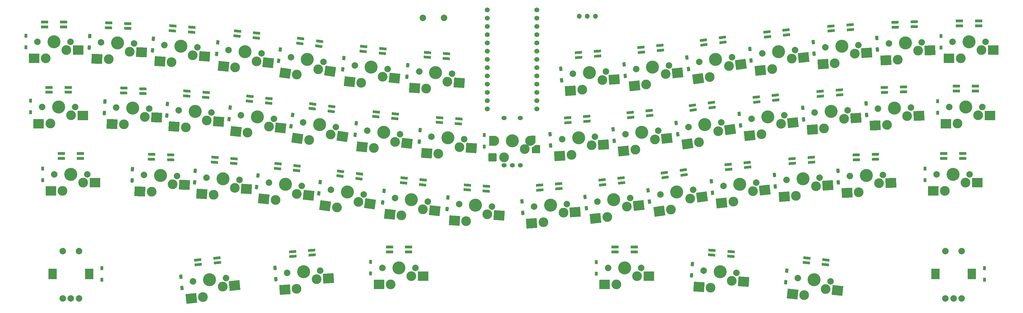
<source format=gbr>
G04 #@! TF.GenerationSoftware,KiCad,Pcbnew,(6.0.11-0)*
G04 #@! TF.CreationDate,2023-08-21T21:01:56+09:00*
G04 #@! TF.ProjectId,SYMMETRIA,53594d4d-4554-4524-9941-2e6b69636164,rev?*
G04 #@! TF.SameCoordinates,Original*
G04 #@! TF.FileFunction,Soldermask,Bot*
G04 #@! TF.FilePolarity,Negative*
%FSLAX46Y46*%
G04 Gerber Fmt 4.6, Leading zero omitted, Abs format (unit mm)*
G04 Created by KiCad (PCBNEW (6.0.11-0)) date 2023-08-21 21:01:56*
%MOMM*%
%LPD*%
G01*
G04 APERTURE LIST*
G04 Aperture macros list*
%AMRoundRect*
0 Rectangle with rounded corners*
0 $1 Rounding radius*
0 $2 $3 $4 $5 $6 $7 $8 $9 X,Y pos of 4 corners*
0 Add a 4 corners polygon primitive as box body*
4,1,4,$2,$3,$4,$5,$6,$7,$8,$9,$2,$3,0*
0 Add four circle primitives for the rounded corners*
1,1,$1+$1,$2,$3*
1,1,$1+$1,$4,$5*
1,1,$1+$1,$6,$7*
1,1,$1+$1,$8,$9*
0 Add four rect primitives between the rounded corners*
20,1,$1+$1,$2,$3,$4,$5,0*
20,1,$1+$1,$4,$5,$6,$7,0*
20,1,$1+$1,$6,$7,$8,$9,0*
20,1,$1+$1,$8,$9,$2,$3,0*%
%AMRotRect*
0 Rectangle, with rotation*
0 The origin of the aperture is its center*
0 $1 length*
0 $2 width*
0 $3 Rotation angle, in degrees counterclockwise*
0 Add horizontal line*
21,1,$1,$2,0,0,$3*%
%AMFreePoly0*
4,1,22,1.150000,1.217000,1.242000,1.125000,1.275000,1.000000,1.275000,-0.378000,1.255000,-0.477000,1.196000,-0.560000,1.110000,-0.613000,0.807000,-0.752000,0.530000,-0.939000,0.287000,-1.167000,0.203000,-1.228000,0.102000,-1.250000,-1.025000,-1.250000,-1.150000,-1.217000,-1.242000,-1.125000,-1.275000,-1.000000,-1.275000,1.000000,-1.242000,1.125000,-1.150000,1.217000,-1.025000,1.250000,
1.025000,1.250000,1.150000,1.217000,1.150000,1.217000,$1*%
G04 Aperture macros list end*
%ADD10C,2.000000*%
%ADD11C,3.000000*%
%ADD12C,4.000000*%
%ADD13RotRect,3.300000X3.000000X354.000000*%
%ADD14RotRect,1.300000X0.950000X96.000000*%
%ADD15RotRect,2.200000X0.820000X176.000000*%
%ADD16R,2.200000X0.820000*%
%ADD17RotRect,3.300000X3.000000X8.000000*%
%ADD18C,1.524000*%
%ADD19R,3.300000X3.000000*%
%ADD20R,0.950000X1.300000*%
%ADD21RotRect,1.300000X0.950000X264.000000*%
%ADD22RotRect,1.300000X0.950000X86.000000*%
%ADD23RotRect,2.200000X0.820000X356.000000*%
%ADD24RotRect,1.300000X0.950000X276.000000*%
%ADD25RotRect,2.200000X0.820000X174.000000*%
%ADD26RotRect,3.300000X3.000000X6.000000*%
%ADD27RotRect,2.200000X0.820000X2.000000*%
%ADD28RotRect,3.300000X3.000000X352.000000*%
%ADD29RotRect,2.200000X0.820000X188.000000*%
%ADD30RotRect,1.300000X0.950000X266.000000*%
%ADD31RotRect,2.200000X0.820000X6.000000*%
%ADD32RotRect,3.300000X3.000000X4.000000*%
%ADD33RotRect,2.200000X0.820000X354.000000*%
%ADD34R,2.500000X3.200000*%
%ADD35RotRect,3.300000X3.000000X356.000000*%
%ADD36RotRect,3.300000X3.000000X2.000000*%
%ADD37RotRect,1.300000X0.950000X92.000000*%
%ADD38RotRect,2.200000X0.820000X4.000000*%
%ADD39RotRect,1.300000X0.950000X94.000000*%
%ADD40RotRect,1.300000X0.950000X262.000000*%
%ADD41RotRect,2.200000X0.820000X172.000000*%
%ADD42RotRect,1.300000X0.950000X268.000000*%
%ADD43RotRect,2.200000X0.820000X178.000000*%
%ADD44RotRect,2.200000X0.820000X184.000000*%
%ADD45RotRect,2.200000X0.820000X186.000000*%
%ADD46RotRect,1.300000X0.950000X98.000000*%
%ADD47O,1.600000X1.300000*%
%ADD48RoundRect,0.249600X0.550400X1.300400X-0.550400X1.300400X-0.550400X-1.300400X0.550400X-1.300400X0*%
%ADD49C,3.100000*%
%ADD50RoundRect,0.249600X0.550400X0.900400X-0.550400X0.900400X-0.550400X-0.900400X0.550400X-0.900400X0*%
%ADD51RoundRect,0.250000X1.025000X1.000000X-1.025000X1.000000X-1.025000X-1.000000X1.025000X-1.000000X0*%
%ADD52FreePoly0,180.000000*%
%ADD53RotRect,2.200000X0.820000X8.000000*%
%ADD54RotRect,3.300000X3.000000X358.000000*%
%ADD55RotRect,1.300000X0.950000X84.000000*%
%ADD56RotRect,2.200000X0.820000X352.000000*%
%ADD57RotRect,2.200000X0.820000X182.000000*%
%ADD58O,1.500000X1.500000*%
%ADD59RotRect,1.300000X0.950000X274.000000*%
%ADD60RotRect,2.200000X0.820000X358.000000*%
G04 APERTURE END LIST*
D10*
X126878229Y-55908995D03*
D11*
X135454026Y-59364339D03*
X128873310Y-61226669D03*
D12*
X131930400Y-56440000D03*
D10*
X136982571Y-56971005D03*
D13*
X139069905Y-59784604D03*
X125278904Y-60889102D03*
D14*
X206215238Y-39038376D03*
X205844162Y-35507824D03*
D15*
X66958169Y-25139391D03*
X72843796Y-25550955D03*
X72948431Y-24054609D03*
X67062804Y-23643045D03*
D16*
X208986800Y-91693200D03*
X203086800Y-91693200D03*
X203086800Y-93193200D03*
X208986800Y-93193200D03*
D12*
X230699600Y-54064000D03*
D10*
X225669038Y-54770999D03*
D11*
X234826021Y-56049031D03*
D10*
X235730162Y-53357001D03*
D11*
X228891318Y-59448061D03*
D17*
X238436164Y-55582052D03*
X225322017Y-59990087D03*
D16*
X32781700Y-64425800D03*
X38681700Y-64425800D03*
X38681700Y-62925800D03*
X32781700Y-62925800D03*
X313916000Y-42196000D03*
X308016000Y-42196000D03*
X308016000Y-43696000D03*
X313916000Y-43696000D03*
D18*
X163793600Y-21240700D03*
X163793600Y-23780700D03*
X163793600Y-26320700D03*
X163793600Y-28860700D03*
X163793600Y-31400700D03*
X163793600Y-33940700D03*
X163793600Y-36480700D03*
X163793600Y-39020700D03*
X163793600Y-41560700D03*
X163793600Y-44100700D03*
X163793600Y-46640700D03*
X163793600Y-49180700D03*
X179013600Y-49180700D03*
X179013600Y-46640700D03*
X179013600Y-44100700D03*
X179013600Y-41560700D03*
X179013600Y-39020700D03*
X179013600Y-36480700D03*
X179013600Y-33940700D03*
X179013600Y-31400700D03*
X179013600Y-28860700D03*
X179013600Y-26320700D03*
X179013600Y-23780700D03*
X179013600Y-21240700D03*
X179013600Y-18700700D03*
X163793600Y-18700700D03*
D11*
X34350000Y-31090000D03*
D12*
X30540000Y-28550000D03*
D11*
X28000000Y-33630000D03*
D10*
X35620000Y-28550000D03*
X25460000Y-28550000D03*
D19*
X37990000Y-31130000D03*
X24390000Y-33670000D03*
D20*
X197330100Y-99885700D03*
X197330100Y-96335700D03*
D21*
X119689938Y-33510224D03*
X119318862Y-37040776D03*
D22*
X226599082Y-100469776D03*
X226846718Y-96928424D03*
D20*
X45243800Y-98237500D03*
X45243800Y-101787500D03*
D23*
X238778931Y-93108809D03*
X232893304Y-92697245D03*
X232788669Y-94193591D03*
X238674296Y-94605155D03*
D24*
X69509262Y-100831024D03*
X69880338Y-104361576D03*
D25*
X99251564Y-67567432D03*
X105119244Y-68184150D03*
X105276036Y-66692368D03*
X99408356Y-66075650D03*
D12*
X211315400Y-56440000D03*
D10*
X216367571Y-55908995D03*
D11*
X215370031Y-58567832D03*
D10*
X206263229Y-56971005D03*
D11*
X209320319Y-61757674D03*
D26*
X218994272Y-58227129D03*
X205734276Y-62174802D03*
D27*
X291783229Y-42432703D03*
X285886822Y-42638611D03*
X285939171Y-44137697D03*
X291835578Y-43931789D03*
D10*
X40798800Y-69360000D03*
D12*
X35718800Y-69360000D03*
D11*
X33178800Y-74440000D03*
D10*
X30638800Y-69360000D03*
D11*
X39528800Y-71900000D03*
D19*
X43168800Y-71940000D03*
X29568800Y-74480000D03*
D11*
X105186920Y-38662062D03*
D12*
X108409200Y-33985000D03*
D10*
X113439762Y-34691999D03*
D11*
X111828622Y-37030530D03*
D10*
X103378638Y-33278001D03*
D28*
X115427631Y-37576731D03*
X101606485Y-38199258D03*
D29*
X230416689Y-29509662D03*
X236259271Y-28688540D03*
X236050511Y-27203138D03*
X230207929Y-28024260D03*
D30*
X65441018Y-47672424D03*
X65193382Y-51213776D03*
D20*
X162831500Y-57264900D03*
X162831500Y-60814900D03*
D30*
X73992518Y-68236524D03*
X73744882Y-71777876D03*
D31*
X213591944Y-49733450D03*
X207724264Y-50350168D03*
X207881056Y-51841950D03*
X213748736Y-51225232D03*
D12*
X272849100Y-29907000D03*
D10*
X267781475Y-30261363D03*
D11*
X276827000Y-32175041D03*
D10*
X277916725Y-29552637D03*
D11*
X270669650Y-35151807D03*
D32*
X280460924Y-31961030D03*
X267071234Y-35443530D03*
D10*
X200237825Y-37702637D03*
D12*
X195170200Y-38057000D03*
D11*
X199148100Y-40325041D03*
X192990750Y-43301807D03*
D10*
X190102575Y-38411363D03*
D32*
X202782024Y-40111030D03*
X189392334Y-43593530D03*
D33*
X267937536Y-95676468D03*
X262069856Y-95059750D03*
X261913064Y-96551532D03*
X267780744Y-97168250D03*
D10*
X33218800Y-107512500D03*
X38218800Y-107512500D03*
X35718800Y-107512500D03*
D34*
X30118800Y-100012500D03*
X41318800Y-100012500D03*
D10*
X38218800Y-93012500D03*
X33218800Y-93012500D03*
X240437625Y-99674363D03*
D12*
X235370000Y-99320000D03*
D11*
X232481824Y-104210444D03*
X238993538Y-102119585D03*
D10*
X230302375Y-98965637D03*
D35*
X242621881Y-102413401D03*
X228877828Y-103998526D03*
D10*
X306863800Y-28550000D03*
X317023800Y-28550000D03*
D12*
X311943800Y-28550000D03*
D11*
X315753800Y-31090000D03*
X309403800Y-33630000D03*
D19*
X319393800Y-31130000D03*
X305793800Y-33670000D03*
D11*
X314760000Y-51165000D03*
D10*
X316030000Y-48625000D03*
X305870000Y-48625000D03*
D11*
X308410000Y-53705000D03*
D12*
X310950000Y-48625000D03*
D19*
X318400000Y-51205000D03*
X304800000Y-53745000D03*
D11*
X248088419Y-57003674D03*
D12*
X250083500Y-51686000D03*
D10*
X245031329Y-52217005D03*
D11*
X254138131Y-53813832D03*
D10*
X255135671Y-51154995D03*
D26*
X257762372Y-53473129D03*
X244502376Y-57420802D03*
D11*
X77546238Y-52784585D03*
D10*
X78990325Y-50339363D03*
D12*
X73922700Y-49985000D03*
D11*
X71034524Y-54875444D03*
D10*
X68855075Y-49630637D03*
D35*
X81174581Y-53078401D03*
X67430528Y-54663526D03*
D12*
X292351700Y-28890000D03*
D10*
X287274795Y-29067289D03*
D11*
X296248024Y-31295486D03*
X289990537Y-34055550D03*
D10*
X297428605Y-28712711D03*
D36*
X299887202Y-31208427D03*
X286384132Y-34221513D03*
D37*
X280438547Y-51029719D03*
X280314653Y-47481881D03*
D14*
X241653738Y-54301376D03*
X241282662Y-50770824D03*
D12*
X89284400Y-31605000D03*
D10*
X94336571Y-32136005D03*
D11*
X86227310Y-36391669D03*
X92808026Y-34529339D03*
D10*
X84232229Y-31073995D03*
D13*
X96423905Y-34949604D03*
X82632904Y-36054102D03*
D38*
X109806696Y-92697445D03*
X103921069Y-93109009D03*
X104025704Y-94605355D03*
X109911331Y-94193791D03*
D10*
X125768662Y-75506999D03*
D11*
X117515820Y-79477062D03*
X124157522Y-77845530D03*
D10*
X115707538Y-74093001D03*
D12*
X120738100Y-74800000D03*
D28*
X127756531Y-78391731D03*
X113935385Y-79014258D03*
D39*
X186666618Y-40409176D03*
X186418982Y-36867824D03*
D40*
X100131032Y-30886874D03*
X99636968Y-34402326D03*
D20*
X316706300Y-101787500D03*
X316706300Y-98237500D03*
D10*
X123024129Y-35828995D03*
X133128471Y-36891005D03*
D12*
X128076300Y-36360000D03*
D11*
X125019210Y-41146669D03*
X131599926Y-39284339D03*
D13*
X135215805Y-39704604D03*
X121424804Y-40809102D03*
D41*
X106145429Y-29054540D03*
X111988011Y-29875662D03*
X112196771Y-28390260D03*
X106354189Y-27569138D03*
D12*
X206021200Y-98130000D03*
D11*
X209831200Y-100670000D03*
X203481200Y-103210000D03*
D10*
X211101200Y-98130000D03*
X200941200Y-98130000D03*
D19*
X213471200Y-100710000D03*
X199871200Y-103250000D03*
D42*
X54690347Y-67711081D03*
X54566453Y-71258919D03*
D20*
X23312600Y-46700000D03*
X23312600Y-50250000D03*
D21*
X84718538Y-48803024D03*
X84347462Y-52333576D03*
D15*
X79902469Y-65594091D03*
X85788096Y-66005655D03*
X85892731Y-64509309D03*
X80007104Y-64097745D03*
D31*
X80622244Y-95057650D03*
X74754564Y-95674368D03*
X74911356Y-97166150D03*
X80779036Y-96549432D03*
D16*
X27600900Y-23985100D03*
X33500900Y-23985100D03*
X33500900Y-22485100D03*
X27600900Y-22485100D03*
D21*
X123487138Y-53632324D03*
X123116062Y-57162876D03*
D43*
X60502322Y-64667989D03*
X66398729Y-64873897D03*
X66451078Y-63374811D03*
X60554671Y-63168903D03*
D14*
X244931938Y-34293876D03*
X244560862Y-30763324D03*
D23*
X77302031Y-44129409D03*
X71416404Y-43717845D03*
X71311769Y-45214191D03*
X77197396Y-45625755D03*
D10*
X246493271Y-71888995D03*
D11*
X239446019Y-77737674D03*
D10*
X236388929Y-72951005D03*
D12*
X241441100Y-72420000D03*
D11*
X245495731Y-74547832D03*
D26*
X249119972Y-74207129D03*
X235859976Y-78154802D03*
D10*
X186792475Y-58489363D03*
X196927725Y-57780637D03*
D11*
X189680650Y-63379807D03*
D12*
X191860100Y-58135000D03*
D11*
X195838000Y-60403041D03*
D32*
X199471924Y-60189030D03*
X186082234Y-63671530D03*
D11*
X206727731Y-79305832D03*
X200678019Y-82495674D03*
D12*
X202673100Y-77178000D03*
D10*
X207725271Y-76646995D03*
X197620929Y-77709005D03*
D26*
X210351972Y-78965129D03*
X197091976Y-82912802D03*
D44*
X269574704Y-25196055D03*
X275460331Y-24784491D03*
X275355696Y-23288145D03*
X269470069Y-23699709D03*
D12*
X82479500Y-70720000D03*
D10*
X77411875Y-70365637D03*
X87547125Y-71074363D03*
D11*
X79591324Y-75610444D03*
X86103038Y-73519585D03*
D35*
X89731381Y-73813401D03*
X75987328Y-75398526D03*
D30*
X143147518Y-55728524D03*
X142899882Y-59269876D03*
D11*
X105219026Y-75344339D03*
D10*
X96643229Y-71888995D03*
D12*
X101695400Y-72420000D03*
D10*
X106747571Y-72951005D03*
D11*
X98638310Y-77206669D03*
D13*
X108834905Y-75764604D03*
X95043904Y-76869102D03*
D45*
X238009656Y-67808650D03*
X243877336Y-67191932D03*
X243720544Y-65700150D03*
X237852864Y-66316868D03*
D11*
X286680937Y-54130550D03*
D12*
X289042100Y-48965000D03*
D11*
X292938424Y-51370486D03*
D10*
X294119005Y-48787711D03*
X283965195Y-49142289D03*
D36*
X296577602Y-51283427D03*
X283074532Y-54296513D03*
D30*
X151672218Y-76443624D03*
X151424582Y-79984976D03*
D31*
X252356744Y-44982250D03*
X246489064Y-45598968D03*
X246645856Y-47090750D03*
X252513536Y-46474032D03*
D20*
X127891700Y-96265100D03*
X127891700Y-99815100D03*
D39*
X174694818Y-81228876D03*
X174447182Y-77687524D03*
D42*
X41514247Y-26741881D03*
X41390353Y-30289719D03*
D46*
X225683532Y-36925726D03*
X225189468Y-33410274D03*
D39*
X264308918Y-32215576D03*
X264061282Y-28674224D03*
D15*
X157575669Y-74114891D03*
X163461296Y-74526455D03*
X163565931Y-73030109D03*
X157680304Y-72618545D03*
D20*
X21890600Y-26650000D03*
X21890600Y-30200000D03*
D25*
X125628864Y-31506032D03*
X131496544Y-32122750D03*
X131653336Y-30630968D03*
X125785656Y-30014250D03*
D11*
X175260000Y-61579900D03*
D12*
X171450000Y-59039900D03*
D11*
X168910000Y-64119900D03*
D47*
X168950000Y-66539900D03*
X173950000Y-66539900D03*
X171450000Y-66539900D03*
D48*
X165100000Y-59039900D03*
D49*
X165900000Y-59039900D03*
X177000000Y-59039900D03*
D50*
X177800000Y-58639900D03*
D47*
X168950000Y-52039900D03*
D51*
X165360000Y-64119900D03*
D47*
X173950000Y-52039900D03*
D52*
X178810000Y-61579900D03*
D43*
X47301322Y-24219389D03*
X53197729Y-24425297D03*
X53250078Y-22926211D03*
X47353671Y-22720303D03*
D53*
X232739311Y-47281738D03*
X226896729Y-48102860D03*
X227105489Y-49588262D03*
X232948071Y-48767140D03*
D11*
X310880000Y-71900000D03*
D12*
X307070000Y-69360000D03*
D10*
X301990000Y-69360000D03*
D11*
X304530000Y-74440000D03*
D10*
X312150000Y-69360000D03*
D19*
X314520000Y-71940000D03*
X300920000Y-74480000D03*
D40*
X103935632Y-51036174D03*
X103441568Y-54551626D03*
D12*
X253393600Y-31605000D03*
D10*
X248341429Y-32136005D03*
D11*
X251398519Y-36922674D03*
D10*
X258445771Y-31073995D03*
D11*
X257448231Y-33732832D03*
D26*
X261072472Y-33392129D03*
X247812476Y-37339802D03*
D33*
X135517236Y-50720268D03*
X129649556Y-50103550D03*
X129492764Y-51595332D03*
X135360444Y-52212050D03*
D11*
X212630519Y-41677674D03*
X218680231Y-38487832D03*
D10*
X209573429Y-36891005D03*
X219677771Y-35828995D03*
D12*
X214625600Y-36360000D03*
D26*
X222304472Y-38147129D03*
X209044476Y-42094802D03*
D11*
X52003058Y-53953261D03*
D12*
X54718800Y-48965000D03*
D11*
X58437834Y-51636420D03*
D10*
X59795705Y-49142289D03*
X49641895Y-48787711D03*
D54*
X62074221Y-51803430D03*
X48393861Y-53867249D03*
D10*
X58189195Y-69522711D03*
D12*
X63266100Y-69700000D03*
D10*
X68343005Y-69877289D03*
D11*
X60550358Y-74688261D03*
X66985134Y-72371420D03*
D54*
X70621521Y-72538430D03*
X56941161Y-74602249D03*
D10*
X156709125Y-58489363D03*
X146573875Y-57780637D03*
D11*
X148753324Y-63025444D03*
D12*
X151641500Y-58135000D03*
D11*
X155265038Y-60934585D03*
D35*
X158893381Y-61228401D03*
X145149328Y-62813526D03*
D11*
X105117550Y-104564807D03*
X111274900Y-101588041D03*
D10*
X112364625Y-98965637D03*
X102229375Y-99674363D03*
D12*
X107297000Y-99320000D03*
D32*
X114908824Y-101374030D03*
X101519134Y-104856530D03*
D10*
X98149671Y-52217005D03*
D11*
X90040410Y-56472669D03*
D12*
X93097500Y-51686000D03*
D11*
X96621126Y-54610339D03*
D10*
X88045329Y-51154995D03*
D13*
X100237005Y-55030604D03*
X86446004Y-56135102D03*
D10*
X217026538Y-75506999D03*
D11*
X226183521Y-76785031D03*
D10*
X227087662Y-74093001D03*
D11*
X220248818Y-80184061D03*
D12*
X222057100Y-74800000D03*
D17*
X229793664Y-76318052D03*
X216679517Y-80726087D03*
D10*
X304681300Y-107512500D03*
X309681300Y-107512500D03*
X307181300Y-107512500D03*
D34*
X312781300Y-100012500D03*
X301581300Y-100012500D03*
D10*
X309681300Y-93012500D03*
X304681300Y-93012500D03*
D11*
X267843426Y-104694339D03*
D10*
X259267629Y-101238995D03*
D12*
X264319800Y-101770000D03*
D11*
X261262710Y-106556669D03*
D10*
X269371971Y-102301005D03*
D13*
X271459305Y-105114604D03*
X257668304Y-106219102D03*
D16*
X34916400Y-42562700D03*
X29016400Y-42562700D03*
X29016400Y-44062700D03*
X34916400Y-44062700D03*
D25*
X86846964Y-26752932D03*
X92714644Y-27369650D03*
X92871436Y-25877868D03*
X87003756Y-25261150D03*
D55*
X255524762Y-102553576D03*
X255895838Y-99023024D03*
D10*
X285476505Y-69522711D03*
D11*
X284295924Y-72105486D03*
D12*
X280399600Y-69700000D03*
D11*
X278038437Y-74865550D03*
D10*
X275322695Y-69877289D03*
D36*
X287935102Y-72018427D03*
X274432032Y-75031513D03*
D10*
X135385729Y-76646995D03*
D12*
X140437900Y-77178000D03*
D11*
X143961526Y-80102339D03*
D10*
X145490071Y-77709005D03*
D11*
X137380810Y-81964669D03*
D13*
X147577405Y-80522604D03*
X133786404Y-81627102D03*
D40*
X112432932Y-71701874D03*
X111938868Y-75217326D03*
D11*
X163806738Y-81674585D03*
D12*
X160183200Y-78875000D03*
D11*
X157295024Y-83765444D03*
D10*
X165250825Y-79229363D03*
X155115575Y-78520637D03*
D35*
X167435081Y-81968401D03*
X153691028Y-83553526D03*
D46*
X222398232Y-57017926D03*
X221904168Y-53502474D03*
D44*
X179948604Y-74155455D03*
X185834231Y-73743891D03*
X185729596Y-72247545D03*
X179843969Y-72659109D03*
D30*
X61085118Y-27613524D03*
X60837482Y-31154876D03*
D44*
X191887604Y-33336455D03*
X197773231Y-32924891D03*
X197668596Y-31428545D03*
X191782969Y-31840109D03*
D56*
X115983671Y-48465760D03*
X110141089Y-47644638D03*
X109932329Y-49130040D03*
X115774911Y-49951162D03*
D11*
X258717150Y-75964807D03*
D12*
X260896600Y-70720000D03*
D10*
X255828975Y-71074363D03*
D11*
X264874500Y-72988041D03*
D10*
X265964225Y-70365637D03*
D32*
X268508424Y-72774030D03*
X255118734Y-76256530D03*
D45*
X249959256Y-27006650D03*
X255826936Y-26389932D03*
X255670144Y-24898150D03*
X249802464Y-25514868D03*
D38*
X272049696Y-43364045D03*
X266164069Y-43775609D03*
X266268704Y-45271955D03*
X272154331Y-44860391D03*
D15*
X145293669Y-33307991D03*
X151179296Y-33719555D03*
X151283931Y-32223209D03*
X145398304Y-31811645D03*
D39*
X252380418Y-73083176D03*
X252132782Y-69541824D03*
D14*
X202856438Y-59030376D03*
X202485362Y-55499824D03*
D57*
X277293071Y-64869897D03*
X283189478Y-64663989D03*
X283137129Y-63164903D03*
X277240722Y-63370811D03*
D16*
X309006400Y-23615900D03*
X314906400Y-23615900D03*
X314906400Y-22115900D03*
X309006400Y-22115900D03*
D30*
X139350018Y-35766124D03*
X139102382Y-39307476D03*
D33*
X96681436Y-45956368D03*
X90813756Y-45339650D03*
X90656964Y-46831432D03*
X96524644Y-47448150D03*
D12*
X31956300Y-48625000D03*
D11*
X35766300Y-51165000D03*
X29416300Y-53705000D03*
D10*
X37036300Y-48625000D03*
X26876300Y-48625000D03*
D19*
X39406300Y-51205000D03*
X25806300Y-53745000D03*
D46*
X213690032Y-77747226D03*
X213195968Y-74231774D03*
D16*
X304134300Y-64419800D03*
X310034300Y-64419800D03*
X310034300Y-62919800D03*
X304134300Y-62919800D03*
D58*
X194529100Y-20640400D03*
X197029100Y-20640400D03*
X192029100Y-20640400D03*
D10*
X83399371Y-101238995D03*
D11*
X76352119Y-107087674D03*
D12*
X78347200Y-101770000D03*
D10*
X73295029Y-102301005D03*
D11*
X82401831Y-103897832D03*
D26*
X86026072Y-103557129D03*
X72766076Y-107504802D03*
D59*
X98506482Y-98103224D03*
X98754118Y-101644576D03*
D21*
X132012138Y-74480224D03*
X131641062Y-78010776D03*
D42*
X46165347Y-46908781D03*
X46041453Y-50456619D03*
D39*
X261025318Y-52399276D03*
X260777682Y-48857924D03*
D57*
X289241671Y-24064197D03*
X295138078Y-23858289D03*
X295085729Y-22359203D03*
X289189322Y-22565111D03*
D10*
X107176038Y-53357001D03*
D11*
X115626022Y-57109530D03*
X108984320Y-58741062D03*
D12*
X112206600Y-54064000D03*
D10*
X117237162Y-54770999D03*
D28*
X119225031Y-57655731D03*
X105403885Y-58278258D03*
D37*
X283752347Y-30919919D03*
X283628453Y-27372081D03*
D45*
X199239456Y-72584250D03*
X205107136Y-71967532D03*
X204950344Y-70475750D03*
X199082664Y-71092468D03*
D20*
X27019400Y-67585000D03*
X27019400Y-71135000D03*
D23*
X155024931Y-52289509D03*
X149139304Y-51877945D03*
X149034669Y-53374291D03*
X154920296Y-53785855D03*
D20*
X298417300Y-71171400D03*
X298417300Y-67621400D03*
D11*
X273516900Y-52253041D03*
D10*
X264471375Y-50339363D03*
D12*
X269539000Y-49985000D03*
D11*
X267359550Y-55229807D03*
D10*
X274606625Y-49630637D03*
D32*
X277150824Y-52039030D03*
X263761134Y-55521530D03*
D20*
X303317300Y-30333800D03*
X303317300Y-26783800D03*
D16*
X139611700Y-91702300D03*
X133711700Y-91702300D03*
X133711700Y-93202300D03*
X139611700Y-93202300D03*
D14*
X233031838Y-75012476D03*
X232660762Y-71481924D03*
D60*
X57895178Y-43001411D03*
X51998771Y-42795503D03*
X51946422Y-44294589D03*
X57842829Y-44500497D03*
D39*
X183297018Y-60505176D03*
X183049382Y-56963824D03*
D10*
X141725800Y-98130000D03*
X131565800Y-98130000D03*
D11*
X134105800Y-103210000D03*
D12*
X136645800Y-98130000D03*
D11*
X140455800Y-100670000D03*
D19*
X144095800Y-100710000D03*
X130495800Y-103250000D03*
D11*
X73193138Y-32706585D03*
D12*
X69569600Y-29907000D03*
D11*
X66681424Y-34797444D03*
D10*
X64501975Y-29552637D03*
X74637225Y-30261363D03*
D35*
X76821481Y-33000401D03*
X63077428Y-34585526D03*
D41*
X118467629Y-69870740D03*
X124310211Y-70691862D03*
X124518971Y-69206460D03*
X118676389Y-68385338D03*
D37*
X271762247Y-71806819D03*
X271638353Y-68258981D03*
D38*
X194368296Y-51509145D03*
X188482669Y-51920709D03*
X188587304Y-53417055D03*
X194472931Y-53005491D03*
D21*
X80921338Y-28748024D03*
X80550262Y-32278576D03*
D45*
X211193856Y-31756250D03*
X217061536Y-31139532D03*
X216904744Y-29647750D03*
X211037064Y-30264468D03*
D10*
X239040162Y-33278001D03*
D11*
X238136021Y-35970031D03*
D10*
X228979038Y-34691999D03*
D11*
X232201318Y-39369061D03*
D12*
X234009600Y-33985000D03*
D17*
X241746164Y-35503052D03*
X228632017Y-39911087D03*
D14*
X194229038Y-79811676D03*
X193857962Y-76281124D03*
D21*
X93243538Y-69713624D03*
X92872462Y-73244176D03*
D20*
X302286800Y-50413700D03*
X302286800Y-46863700D03*
D11*
X47350858Y-33878261D03*
D12*
X50066600Y-28890000D03*
D10*
X55143505Y-29067289D03*
D11*
X53785634Y-31561420D03*
D10*
X44989695Y-28712711D03*
D54*
X57422021Y-31728430D03*
X43741661Y-33792249D03*
D25*
X138037364Y-71962432D03*
X143905044Y-72579150D03*
X144061836Y-71087368D03*
X138194156Y-70470650D03*
D44*
X257621904Y-66006755D03*
X263507531Y-65595191D03*
X263402896Y-64098845D03*
X257517269Y-64510409D03*
D10*
X150476000Y-21200200D03*
X143976000Y-21200200D03*
D11*
X187195600Y-81143041D03*
D10*
X178150075Y-79229363D03*
X188285325Y-78520637D03*
D12*
X183217700Y-78875000D03*
D11*
X181038250Y-84119807D03*
D32*
X190829524Y-80929030D03*
X177439834Y-84411530D03*
D29*
X218464389Y-70318662D03*
X224306971Y-69497540D03*
X224098211Y-68012138D03*
X218255629Y-68833260D03*
D12*
X147907500Y-38057000D03*
D10*
X142839875Y-37702637D03*
X152975125Y-38411363D03*
D11*
X145019324Y-42947444D03*
X151531038Y-40856585D03*
D35*
X155159381Y-41150401D03*
X141415328Y-42735526D03*
M02*

</source>
